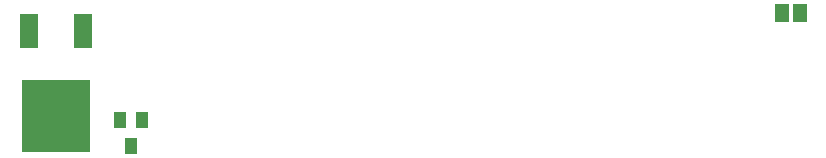
<source format=gtp>
G75*
%MOIN*%
%OFA0B0*%
%FSLAX25Y25*%
%IPPOS*%
%LPD*%
%AMOC8*
5,1,8,0,0,1.08239X$1,22.5*
%
%ADD10R,0.04600X0.06300*%
%ADD11R,0.03937X0.05512*%
%ADD12R,0.22835X0.24409*%
%ADD13R,0.06299X0.11811*%
D10*
X0402244Y0089156D03*
X0408244Y0089156D03*
D11*
X0188984Y0053487D03*
X0181504Y0053487D03*
X0185244Y0044825D03*
D12*
X0160244Y0054786D03*
D13*
X0151268Y0083054D03*
X0169220Y0083054D03*
M02*

</source>
